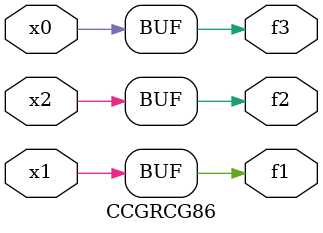
<source format=v>
module CCGRCG86(
	input x0, x1, x2,
	output f1, f2, f3
);
	assign f1 = x1;
	assign f2 = x2;
	assign f3 = x0;
endmodule

</source>
